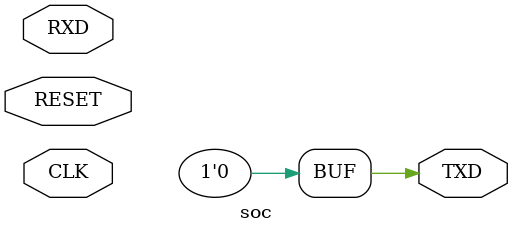
<source format=v>
module soc (
    input  CLK,        // system clock 
    input  RESET,      // reset button
    input  RXD,        // UART receive
    output TXD         // UART transmit
);

   wire    clk;
   wire    resetn;

   memory RAM(
      .clk(clk),
      .mem_addr(mem_addr),
      .mem_rdata(mem_rdata),
      .mem_rstrb(mem_rstrb),
      .mem_wdata(mem_wdata),
      .mem_wmask(mem_wmask)
   );

   wire [31:0] mem_addr;
   wire [31:0] mem_rdata;
   wire mem_rstrb;
   wire [31:0] x1;

   risc_v CPU(
      .clk(clk),
      .resetn(resetn),		 
      .mem_addr(mem_addr),
      .mem_rdata(mem_rdata),
      .mem_rstrb(mem_rstrb),
      .mem_wdata(mem_wdata),
      .mem_wmask(mem_wmask),
      .x1(x1)		 
   );
  

   assign TXD  = 1'b0; // not used for now   

endmodule
</source>
